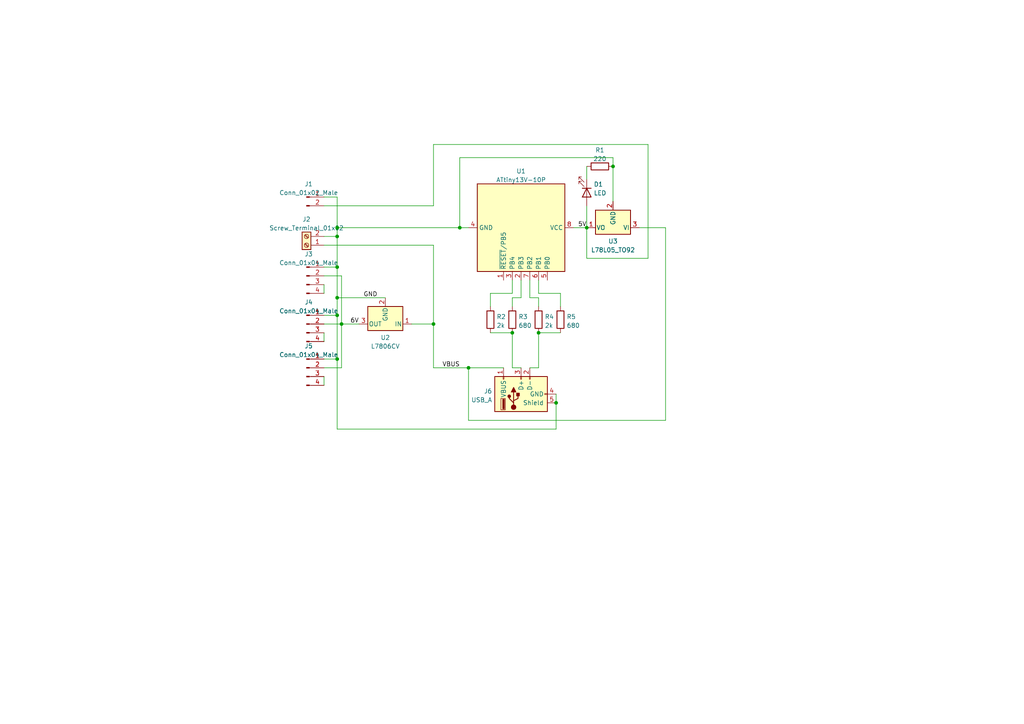
<source format=kicad_sch>
(kicad_sch (version 20211123) (generator eeschema)
  (paper "A4")
  (lib_symbols
    (symbol "Connector:Conn_01x02_Male" (pin_names (offset 1.016) hide)
      (property "Reference" "J" (at 0 2.54 0))
      (property "Value" "Conn_01x02_Male" (at 0 -5.08 0))
      (symbol "Conn_01x02_Male_1_1"
        (polyline (pts (xy 1.27 -2.54) (xy 0.8636 -2.54)) (stroke (width 0.1524)))
        (polyline (pts (xy 1.27 0) (xy 0.8636 0)) (stroke (width 0.1524)))
        (rectangle (start 0.8636 -2.413) (end 0 -2.667) (stroke (width 0.1524)) (fill (type outline)))
        (rectangle (start 0.8636 0.127) (end 0 -0.127) (stroke (width 0.1524)) (fill (type outline)))
        (pin passive line (at 5.08 0 180) (length 3.81) (name "Pin_1") (number "1"))
        (pin passive line (at 5.08 -2.54 180) (length 3.81) (name "Pin_2") (number "2"))
      )
    )
    (symbol "Connector:Conn_01x04_Male" (pin_names (offset 1.016) hide)
      (property "Reference" "J" (at 0 5.08 0))
      (property "Value" "Conn_01x04_Male" (at 0 -7.62 0))
      (symbol "Conn_01x04_Male_1_1"
        (polyline (pts (xy 1.27 -5.08) (xy 0.8636 -5.08)) (stroke (width 0.1524)))
        (polyline (pts (xy 1.27 -2.54) (xy 0.8636 -2.54)) (stroke (width 0.1524)))
        (polyline (pts (xy 1.27 0) (xy 0.8636 0)) (stroke (width 0.1524)))
        (polyline (pts (xy 1.27 2.54) (xy 0.8636 2.54)) (stroke (width 0.1524)))
        (rectangle (start 0.8636 -4.953) (end 0 -5.207) (stroke (width 0.1524)) (fill (type outline)))
        (rectangle (start 0.8636 -2.413) (end 0 -2.667) (stroke (width 0.1524)) (fill (type outline)))
        (rectangle (start 0.8636 0.127) (end 0 -0.127) (stroke (width 0.1524)) (fill (type outline)))
        (rectangle (start 0.8636 2.667) (end 0 2.413) (stroke (width 0.1524)) (fill (type outline)))
        (pin passive line (at 5.08 2.54 180) (length 3.81) (name "Pin_1") (number "1"))
        (pin passive line (at 5.08 0 180) (length 3.81) (name "Pin_2") (number "2"))
        (pin passive line (at 5.08 -2.54 180) (length 3.81) (name "Pin_3") (number "3"))
        (pin passive line (at 5.08 -5.08 180) (length 3.81) (name "Pin_4") (number "4"))
      )
    )
    (symbol "Connector:Screw_Terminal_01x02" (pin_names (offset 1.016) hide)
      (property "Reference" "J" (at 0 2.54 0))
      (property "Value" "Screw_Terminal_01x02" (at 0 -5.08 0))
      (symbol "Screw_Terminal_01x02_1_1"
        (rectangle (start -1.27 1.27) (end 1.27 -3.81) (stroke (width 0.254)) (fill (type background)))
        (circle (center 0 -2.54) (radius 0.635) (stroke (width 0.1524)))
        (polyline (pts (xy -0.5334 -2.2098) (xy 0.3302 -3.048)) (stroke (width 0.1524)))
        (polyline (pts (xy -0.5334 0.3302) (xy 0.3302 -0.508)) (stroke (width 0.1524)))
        (polyline (pts (xy -0.3556 -2.032) (xy 0.508 -2.8702)) (stroke (width 0.1524)))
        (polyline (pts (xy -0.3556 0.508) (xy 0.508 -0.3302)) (stroke (width 0.1524)))
        (circle (center 0 0) (radius 0.635) (stroke (width 0.1524)))
        (pin passive line (at -5.08 0 0) (length 3.81) (name "Pin_1") (number "1"))
        (pin passive line (at -5.08 -2.54 0) (length 3.81) (name "Pin_2") (number "2"))
      )
    )
    (symbol "Connector:USB_A" (pin_names (offset 1.016))
      (property "Reference" "J" (at -5.08 11.43 0))
      (property "Value" "USB_A" (at -5.08 8.89 0))
      (symbol "USB_A_0_1"
        (rectangle (start -5.08 -7.62) (end 5.08 7.62) (stroke (width 0.254)) (fill (type background)))
        (circle (center -3.81 2.159) (radius 0.635) (stroke (width 0.254)) (fill (type outline)))
        (rectangle (start -1.524 4.826) (end -4.318 5.334) (fill (type outline)))
        (rectangle (start -1.27 4.572) (end -4.572 5.842))
        (circle (center -0.635 3.429) (radius 0.381) (stroke (width 0.254)) (fill (type outline)))
        (rectangle (start -0.127 -7.62) (end 0.127 -6.858))
        (polyline (pts (xy -3.175 2.159) (xy -2.54 2.159) (xy -1.27 3.429) (xy -0.635 3.429)) (stroke (width 0.254)))
        (polyline (pts (xy -2.54 2.159) (xy -1.905 2.159) (xy -1.27 0.889) (xy 0 0.889)) (stroke (width 0.254)))
        (polyline (pts (xy 0.635 2.794) (xy 0.635 1.524) (xy 1.905 2.159) (xy 0.635 2.794)) (stroke (width 0.254)) (fill (type outline)))
        (rectangle (start 0.254 1.27) (end -0.508 0.508) (stroke (width 0.254)) (fill (type outline)))
        (rectangle (start 5.08 -2.667) (end 4.318 -2.413))
        (rectangle (start 5.08 -0.127) (end 4.318 0.127))
        (rectangle (start 5.08 4.953) (end 4.318 5.207))
      )
      (symbol "USB_A_1_1"
        (polyline (pts (xy -1.905 2.159) (xy 0.635 2.159)) (stroke (width 0.254)))
        (pin power_in line (at 7.62 5.08 180) (length 2.54) (name "VBUS") (number "1"))
        (pin bidirectional line (at 7.62 -2.54 180) (length 2.54) (name "D-") (number "2"))
        (pin bidirectional line (at 7.62 0 180) (length 2.54) (name "D+") (number "3"))
        (pin power_in line (at 0 -10.16 90) (length 2.54) (name "GND") (number "4"))
        (pin passive line (at -2.54 -10.16 90) (length 2.54) (name "Shield") (number "5"))
      )
    )
    (symbol "Device:LED" (pin_numbers hide) (pin_names (offset 1.016) hide)
      (property "Reference" "D" (at 0 2.54 0))
      (property "Value" "LED" (at 0 -2.54 0))
      (symbol "LED_0_1"
        (polyline (pts (xy -1.27 -1.27) (xy -1.27 1.27)) (stroke (width 0.254)))
        (polyline (pts (xy -1.27 0) (xy 1.27 0)))
        (polyline (pts (xy 1.27 -1.27) (xy 1.27 1.27) (xy -1.27 0) (xy 1.27 -1.27)) (stroke (width 0.254)))
        (polyline (pts (xy -3.048 -0.762) (xy -4.572 -2.286) (xy -3.81 -2.286) (xy -4.572 -2.286) (xy -4.572 -1.524)))
        (polyline (pts (xy -1.778 -0.762) (xy -3.302 -2.286) (xy -2.54 -2.286) (xy -3.302 -2.286) (xy -3.302 -1.524)))
      )
      (symbol "LED_1_1"
        (pin passive line (at -3.81 0 0) (length 2.54) (name "K") (number "1"))
        (pin passive line (at 3.81 0 180) (length 2.54) (name "A") (number "2"))
      )
    )
    (symbol "Device:R" (pin_numbers hide) (pin_names (offset 0))
      (property "Reference" "R" (at 2.032 0 90))
      (property "Value" "R" (at 0 0 90))
      (symbol "R_0_1"
        (rectangle (start -1.016 -2.54) (end 1.016 2.54) (stroke (width 0.254)))
      )
      (symbol "R_1_1"
        (pin passive line (at 0 3.81 270) (length 1.27) (name "~") (number "1"))
        (pin passive line (at 0 -3.81 90) (length 1.27) (name "~") (number "2"))
      )
    )
    (symbol "MCU_Microchip_ATtiny:ATtiny13V-10P"
      (property "Reference" "U" (at -12.7 13.97 0))
      (property "Value" "ATtiny13V-10P" (at 2.54 -13.97 0))
      (symbol "ATtiny13V-10P_0_1"
        (rectangle (start -12.7 -12.7) (end 12.7 12.7) (stroke (width 0.254)) (fill (type background)))
      )
      (symbol "ATtiny13V-10P_1_1"
        (pin bidirectional line (at 15.24 -5.08 180) (length 2.54) (name "~{RESET}/PB5") (number "1"))
        (pin bidirectional line (at 15.24 0 180) (length 2.54) (name "PB3") (number "2"))
        (pin bidirectional line (at 15.24 -2.54 180) (length 2.54) (name "PB4") (number "3"))
        (pin power_in line (at 0 -15.24 90) (length 2.54) (name "GND") (number "4"))
        (pin bidirectional line (at 15.24 7.62 180) (length 2.54) (name "PB0") (number "5"))
        (pin bidirectional line (at 15.24 5.08 180) (length 2.54) (name "PB1") (number "6"))
        (pin bidirectional line (at 15.24 2.54 180) (length 2.54) (name "PB2") (number "7"))
        (pin power_in line (at 0 15.24 270) (length 2.54) (name "VCC") (number "8"))
      )
    )
    (symbol "Regulator_Linear:L7806" (pin_names (offset 0.254))
      (property "Reference" "U" (at -3.81 3.175 0))
      (property "Value" "L7806" (at 0 3.175 0))
      (symbol "L7806_0_1"
        (rectangle (start -5.08 1.905) (end 5.08 -5.08) (stroke (width 0.254)) (fill (type background)))
      )
      (symbol "L7806_1_1"
        (pin power_in line (at -7.62 0 0) (length 2.54) (name "IN") (number "1"))
        (pin power_in line (at 0 -7.62 90) (length 2.54) (name "GND") (number "2"))
        (pin power_out line (at 7.62 0 180) (length 2.54) (name "OUT") (number "3"))
      )
    )
    (symbol "Regulator_Linear:L78L05_TO92" (pin_names (offset 0.254))
      (property "Reference" "U" (at -3.81 3.175 0))
      (property "Value" "L78L05_TO92" (at 0 3.175 0))
      (symbol "L78L05_TO92_0_1"
        (rectangle (start -5.08 -5.08) (end 5.08 1.905) (stroke (width 0.254)) (fill (type background)))
      )
      (symbol "L78L05_TO92_1_1"
        (pin power_out line (at 7.62 0 180) (length 2.54) (name "VO") (number "1"))
        (pin power_in line (at 0 -7.62 90) (length 2.54) (name "GND") (number "2"))
        (pin power_in line (at -7.62 0 0) (length 2.54) (name "VI") (number "3"))
      )
    )
  )
  (junction (at 97.79 66.04))
  (junction (at 99.06 93.98))
  (junction (at 97.79 86.36))
  (junction (at 135.89 106.68))
  (junction (at 148.59 96.52))
  (junction (at 133.35 66.04))
  (junction (at 170.18 66.04))
  (junction (at 97.79 68.58))
  (junction (at 161.29 116.84))
  (junction (at 97.79 91.44))
  (junction (at 177.8 48.26))
  (junction (at 125.73 93.98))
  (junction (at 97.79 77.47))
  (junction (at 97.79 104.14))
  (junction (at 156.21 96.52))
  (wire (pts (xy 97.79 124.46) (xy 161.29 124.46)))
  (wire (pts (xy 146.05 106.68) (xy 135.89 106.68)))
  (wire (pts (xy 156.21 86.36) (xy 156.21 88.9)))
  (wire (pts (xy 193.04 66.04) (xy 185.42 66.04)))
  (wire (pts (xy 99.06 80.01) (xy 99.06 93.98)))
  (wire (pts (xy 99.06 93.98) (xy 93.98 93.98)))
  (wire (pts (xy 187.96 41.91) (xy 125.73 41.91)))
  (wire (pts (xy 156.21 81.28) (xy 156.21 85.09)))
  (wire (pts (xy 151.13 106.68) (xy 148.59 106.68)))
  (wire (pts (xy 148.59 106.68) (xy 148.59 96.52)))
  (wire (pts (xy 97.79 66.04) (xy 97.79 68.58)))
  (wire (pts (xy 148.59 85.09) (xy 142.24 85.09)))
  (wire (pts (xy 125.73 106.68) (xy 125.73 93.98)))
  (wire (pts (xy 135.89 106.68) (xy 135.89 121.92)))
  (wire (pts (xy 93.98 68.58) (xy 97.79 68.58)))
  (wire (pts (xy 93.98 59.69) (xy 125.73 59.69)))
  (wire (pts (xy 170.18 48.26) (xy 170.18 52.07)))
  (wire (pts (xy 148.59 81.28) (xy 148.59 85.09)))
  (wire (pts (xy 93.98 96.52) (xy 93.98 99.06)))
  (wire (pts (xy 93.98 82.55) (xy 93.98 85.09)))
  (wire (pts (xy 93.98 91.44) (xy 97.79 91.44)))
  (wire (pts (xy 97.79 57.15) (xy 93.98 57.15)))
  (wire (pts (xy 156.21 85.09) (xy 162.56 85.09)))
  (wire (pts (xy 97.79 104.14) (xy 93.98 104.14)))
  (wire (pts (xy 99.06 93.98) (xy 104.14 93.98)))
  (wire (pts (xy 162.56 85.09) (xy 162.56 88.9)))
  (wire (pts (xy 151.13 81.28) (xy 151.13 86.36)))
  (wire (pts (xy 93.98 77.47) (xy 97.79 77.47)))
  (wire (pts (xy 153.67 106.68) (xy 156.21 106.68)))
  (wire (pts (xy 97.79 66.04) (xy 133.35 66.04)))
  (wire (pts (xy 125.73 71.12) (xy 125.73 93.98)))
  (wire (pts (xy 161.29 114.3) (xy 161.29 116.84)))
  (wire (pts (xy 133.35 66.04) (xy 135.89 66.04)))
  (wire (pts (xy 97.79 86.36) (xy 97.79 91.44)))
  (wire (pts (xy 93.98 106.68) (xy 99.06 106.68)))
  (wire (pts (xy 125.73 41.91) (xy 125.73 59.69)))
  (wire (pts (xy 97.79 104.14) (xy 97.79 124.46)))
  (wire (pts (xy 133.35 45.72) (xy 177.8 45.72)))
  (wire (pts (xy 170.18 59.69) (xy 170.18 66.04)))
  (wire (pts (xy 119.38 93.98) (xy 125.73 93.98)))
  (wire (pts (xy 161.29 116.84) (xy 161.29 124.46)))
  (wire (pts (xy 93.98 109.22) (xy 93.98 111.76)))
  (wire (pts (xy 97.79 86.36) (xy 111.76 86.36)))
  (wire (pts (xy 153.67 86.36) (xy 156.21 86.36)))
  (wire (pts (xy 99.06 106.68) (xy 99.06 93.98)))
  (wire (pts (xy 187.96 74.93) (xy 187.96 41.91)))
  (wire (pts (xy 97.79 91.44) (xy 97.79 104.14)))
  (wire (pts (xy 170.18 66.04) (xy 170.18 74.93)))
  (wire (pts (xy 97.79 77.47) (xy 97.79 86.36)))
  (wire (pts (xy 97.79 68.58) (xy 97.79 77.47)))
  (wire (pts (xy 135.89 106.68) (xy 125.73 106.68)))
  (wire (pts (xy 135.89 121.92) (xy 193.04 121.92)))
  (wire (pts (xy 153.67 81.28) (xy 153.67 86.36)))
  (wire (pts (xy 125.73 71.12) (xy 93.98 71.12)))
  (wire (pts (xy 156.21 106.68) (xy 156.21 96.52)))
  (wire (pts (xy 93.98 80.01) (xy 99.06 80.01)))
  (wire (pts (xy 151.13 86.36) (xy 148.59 86.36)))
  (wire (pts (xy 148.59 86.36) (xy 148.59 88.9)))
  (wire (pts (xy 142.24 85.09) (xy 142.24 88.9)))
  (wire (pts (xy 133.35 45.72) (xy 133.35 66.04)))
  (wire (pts (xy 177.8 45.72) (xy 177.8 48.26)))
  (wire (pts (xy 170.18 74.93) (xy 187.96 74.93)))
  (wire (pts (xy 177.8 48.26) (xy 177.8 58.42)))
  (wire (pts (xy 97.79 57.15) (xy 97.79 66.04)))
  (wire (pts (xy 156.21 96.52) (xy 162.56 96.52)))
  (wire (pts (xy 166.37 66.04) (xy 170.18 66.04)))
  (wire (pts (xy 193.04 121.92) (xy 193.04 66.04)))
  (wire (pts (xy 142.24 96.52) (xy 148.59 96.52)))
  (label "6V" (at 101.6 93.98 0))
  (label "5V" (at 167.64 66.04 0))
  (label "GND" (at 105.41 86.36 0))
  (label "VBUS" (at 128.27 106.68 0))
  (symbol (lib_id "MCU_Microchip_ATtiny:ATtiny13V-10P") (at 151.13 66.04 270) (unit 1)
    (property "Reference" "U1" (at 151.13 49.6402 90))
    (property "Value" "ATtiny13V-10P" (at 151.13 52.1771 90))
    (property "Footprint" "Package_DIP:DIP-8_W7.62mm" (effects hide))
    (property "Datasheet" "http://ww1.microchip.com/downloads/en/DeviceDoc/doc2535.pdf" (effects hide))
  )
  (symbol (lib_id "Device:R") (at 162.56 92.71 0) (unit 1)
    (property "Reference" "R5" (at 164.338 91.8753 0) (effects (justify left)))
    (property "Value" "680" (at 164.338 94.4122 0) (effects (justify left)))
    (property "Footprint" "Resistor_THT:R_Axial_DIN0207_L6.3mm_D2.5mm_P7.62mm_Horizontal" (effects hide))
  )
  (symbol (lib_id "Connector:Conn_01x04_Male") (at 88.9 93.98 0) (unit 1)
    (property "Reference" "J4" (at 89.535 87.664 0))
    (property "Value" "Conn_01x04_Male" (at 89.535 90.2009 0))
    (property "Footprint" "Connector_PinHeader_2.54mm:PinHeader_1x04_P2.54mm_Vertical" (effects hide))
  )
  (symbol (lib_id "Device:R") (at 173.99 48.26 90) (unit 1)
    (property "Reference" "R1" (at 173.99 43.5442 90))
    (property "Value" "220" (at 173.99 46.0811 90))
    (property "Footprint" "Resistor_THT:R_Axial_DIN0207_L6.3mm_D2.5mm_P7.62mm_Horizontal" (effects hide))
  )
  (symbol (lib_id "Connector:USB_A") (at 151.13 114.3 90) (unit 1)
    (property "Reference" "J6" (at 142.748 113.4653 90) (effects (justify left)))
    (property "Value" "USB_A" (at 142.748 116.0022 90) (effects (justify left)))
    (property "Footprint" "Connector_USB:USB_A_CNCTech_1001-011-01101_Horizontal" (effects hide))
    (property "Datasheet" " ~" (effects hide))
  )
  (symbol (lib_id "Regulator_Linear:L7806") (at 111.76 93.98 180) (unit 1)
    (property "Reference" "U2" (at 111.76 97.9154 0))
    (property "Value" "L7806CV" (at 111.76 100.4523 0))
    (property "Footprint" "Package_TO_SOT_THT:TO-220-3_Horizontal_TabDown" (effects hide))
    (property "Datasheet" "http://www.st.com/content/ccc/resource/technical/document/datasheet/41/4f/b3/b0/12/d4/47/88/CD00000444.pdf/files/CD00000444.pdf/jcr:content/translations/en.CD00000444.pdf" (effects hide))
  )
  (symbol (lib_id "Connector:Conn_01x02_Male") (at 88.9 57.15 0) (unit 1)
    (property "Reference" "J1" (at 89.535 53.374 0))
    (property "Value" "Conn_01x02_Male" (at 89.535 55.9109 0))
    (property "Footprint" "Connector_PinHeader_2.54mm:PinHeader_1x02_P2.54mm_Vertical" (effects hide))
  )
  (symbol (lib_id "Device:R") (at 148.59 92.71 0) (unit 1)
    (property "Reference" "R3" (at 150.368 91.8753 0) (effects (justify left)))
    (property "Value" "680" (at 150.368 94.4122 0) (effects (justify left)))
    (property "Footprint" "Resistor_THT:R_Axial_DIN0207_L6.3mm_D2.5mm_P7.62mm_Horizontal" (effects hide))
  )
  (symbol (lib_id "Regulator_Linear:L78L05_TO92") (at 177.8 66.04 180) (unit 1)
    (property "Reference" "U3" (at 177.8 69.9754 0))
    (property "Value" "L78L05_TO92" (at 177.8 72.5123 0))
    (property "Footprint" "Package_TO_SOT_THT:TO-220-3_Horizontal_TabDown" (effects hide))
    (property "Datasheet" "http://www.st.com/content/ccc/resource/technical/document/datasheet/15/55/e5/aa/23/5b/43/fd/CD00000446.pdf/files/CD00000446.pdf/jcr:content/translations/en.CD00000446.pdf" (effects hide))
  )
  (symbol (lib_id "Connector:Conn_01x04_Male") (at 88.9 106.68 0) (unit 1)
    (property "Reference" "J5" (at 89.535 100.364 0))
    (property "Value" "Conn_01x04_Male" (at 89.535 102.9009 0))
    (property "Footprint" "Connector_PinHeader_2.54mm:PinHeader_1x04_P2.54mm_Vertical" (effects hide))
  )
  (symbol (lib_id "Device:LED") (at 170.18 55.88 270) (unit 1)
    (property "Reference" "D1" (at 172.212 53.4578 90) (effects (justify left)))
    (property "Value" "LED" (at 172.212 55.9947 90) (effects (justify left)))
    (property "Footprint" "LED_THT:LED_D3.0mm" (effects hide))
  )
  (symbol (lib_id "Connector:Screw_Terminal_01x02") (at 88.9 71.12 180) (unit 1)
    (property "Reference" "J2" (at 88.9 63.6102 0))
    (property "Value" "Screw_Terminal_01x02" (at 88.9 66.1471 0))
    (property "Footprint" "TerminalBlock:TerminalBlock_bornier-2_P5.08mm" (effects hide))
  )
  (symbol (lib_id "Connector:Conn_01x04_Male") (at 88.9 80.01 0) (unit 1)
    (property "Reference" "J3" (at 89.535 73.694 0))
    (property "Value" "Conn_01x04_Male" (at 89.535 76.2309 0))
    (property "Footprint" "Connector_PinHeader_2.54mm:PinHeader_1x04_P2.54mm_Vertical" (effects hide))
  )
  (symbol (lib_id "Device:R") (at 142.24 92.71 0) (unit 1)
    (property "Reference" "R2" (at 144.018 91.8753 0) (effects (justify left)))
    (property "Value" "2k" (at 144.018 94.4122 0) (effects (justify left)))
    (property "Footprint" "Resistor_THT:R_Axial_DIN0207_L6.3mm_D2.5mm_P7.62mm_Horizontal" (effects hide))
  )
  (symbol (lib_id "Device:R") (at 156.21 92.71 0) (unit 1)
    (property "Reference" "R4" (at 157.988 91.8753 0) (effects (justify left)))
    (property "Value" "2k" (at 157.988 94.4122 0) (effects (justify left)))
    (property "Footprint" "Resistor_THT:R_Axial_DIN0207_L6.3mm_D2.5mm_P7.62mm_Horizontal" (effects hide))
  )
)
</source>
